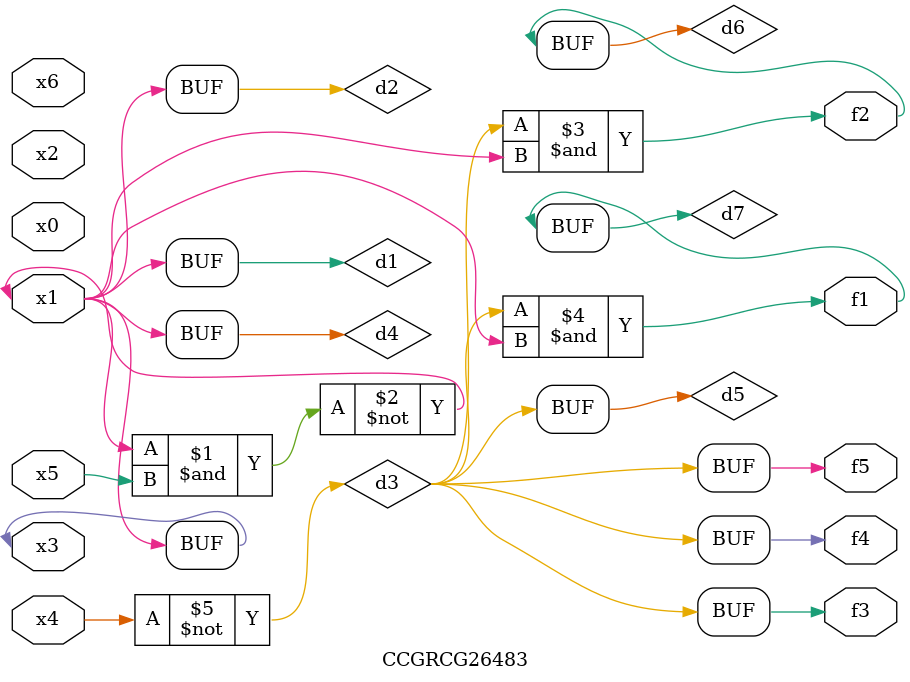
<source format=v>
module CCGRCG26483(
	input x0, x1, x2, x3, x4, x5, x6,
	output f1, f2, f3, f4, f5
);

	wire d1, d2, d3, d4, d5, d6, d7;

	buf (d1, x1, x3);
	nand (d2, x1, x5);
	not (d3, x4);
	buf (d4, d1, d2);
	buf (d5, d3);
	and (d6, d3, d4);
	and (d7, d3, d4);
	assign f1 = d7;
	assign f2 = d6;
	assign f3 = d5;
	assign f4 = d5;
	assign f5 = d5;
endmodule

</source>
